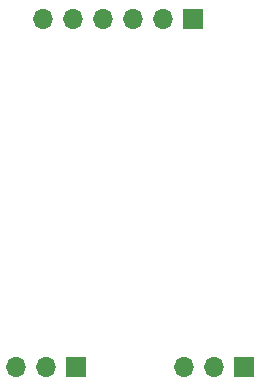
<source format=gbs>
G04 #@! TF.GenerationSoftware,KiCad,Pcbnew,7.0.11-2.fc39*
G04 #@! TF.CreationDate,2024-06-09T18:16:26+02:00*
G04 #@! TF.ProjectId,current_measurement_extension,63757272-656e-4745-9f6d-656173757265,1.0*
G04 #@! TF.SameCoordinates,Original*
G04 #@! TF.FileFunction,Soldermask,Bot*
G04 #@! TF.FilePolarity,Negative*
%FSLAX46Y46*%
G04 Gerber Fmt 4.6, Leading zero omitted, Abs format (unit mm)*
G04 Created by KiCad (PCBNEW 7.0.11-2.fc39) date 2024-06-09 18:16:26*
%MOMM*%
%LPD*%
G01*
G04 APERTURE LIST*
%ADD10R,1.700000X1.700000*%
%ADD11O,1.700000X1.700000*%
G04 APERTURE END LIST*
D10*
X117652800Y-77419200D03*
D11*
X115112800Y-77419200D03*
X112572800Y-77419200D03*
D10*
X103479600Y-77419200D03*
D11*
X100939600Y-77419200D03*
X98399600Y-77419200D03*
D10*
X113334800Y-48006000D03*
D11*
X110794800Y-48006000D03*
X108254800Y-48006000D03*
X105714800Y-48006000D03*
X103174800Y-48006000D03*
X100634800Y-48006000D03*
M02*

</source>
